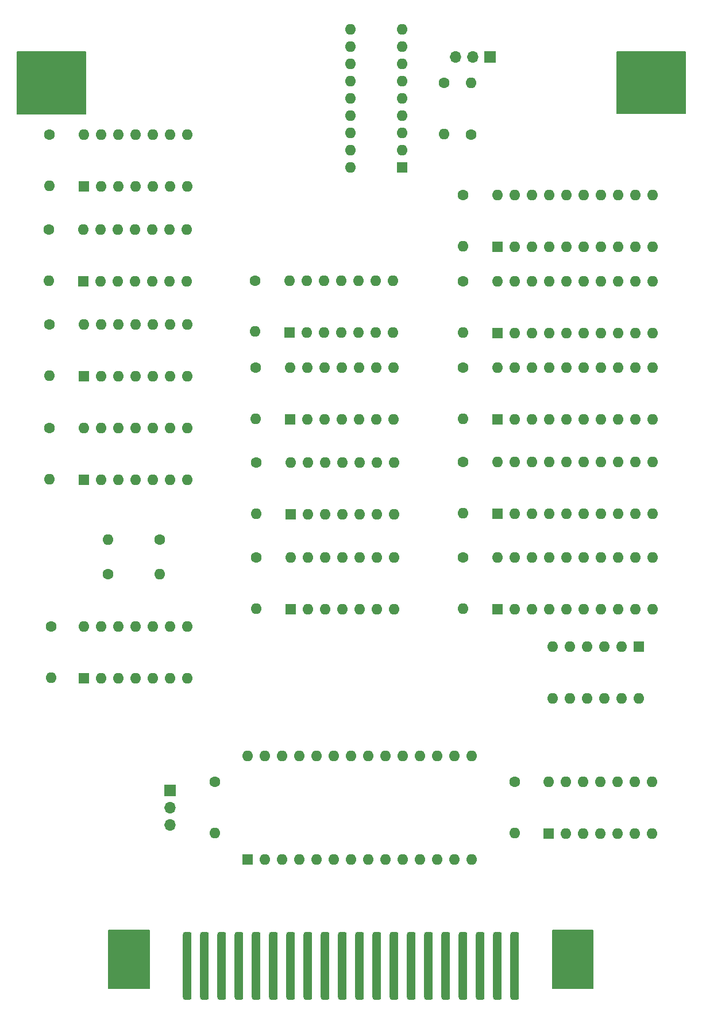
<source format=gbr>
%TF.GenerationSoftware,KiCad,Pcbnew,6.0.9-8da3e8f707~117~ubuntu20.04.1*%
%TF.CreationDate,2023-05-14T18:53:03-04:00*%
%TF.ProjectId,6551usb,36353531-7573-4622-9e6b-696361645f70,1.09*%
%TF.SameCoordinates,Original*%
%TF.FileFunction,Soldermask,Bot*%
%TF.FilePolarity,Negative*%
%FSLAX46Y46*%
G04 Gerber Fmt 4.6, Leading zero omitted, Abs format (unit mm)*
G04 Created by KiCad (PCBNEW 6.0.9-8da3e8f707~117~ubuntu20.04.1) date 2023-05-14 18:53:03*
%MOMM*%
%LPD*%
G01*
G04 APERTURE LIST*
G04 Aperture macros list*
%AMRoundRect*
0 Rectangle with rounded corners*
0 $1 Rounding radius*
0 $2 $3 $4 $5 $6 $7 $8 $9 X,Y pos of 4 corners*
0 Add a 4 corners polygon primitive as box body*
4,1,4,$2,$3,$4,$5,$6,$7,$8,$9,$2,$3,0*
0 Add four circle primitives for the rounded corners*
1,1,$1+$1,$2,$3*
1,1,$1+$1,$4,$5*
1,1,$1+$1,$6,$7*
1,1,$1+$1,$8,$9*
0 Add four rect primitives between the rounded corners*
20,1,$1+$1,$2,$3,$4,$5,0*
20,1,$1+$1,$4,$5,$6,$7,0*
20,1,$1+$1,$6,$7,$8,$9,0*
20,1,$1+$1,$8,$9,$2,$3,0*%
G04 Aperture macros list end*
%ADD10C,0.150000*%
%ADD11R,1.700000X1.700000*%
%ADD12O,1.700000X1.700000*%
%ADD13RoundRect,0.317500X-0.317500X-4.682500X0.317500X-4.682500X0.317500X4.682500X-0.317500X4.682500X0*%
%ADD14C,1.600000*%
%ADD15O,1.600000X1.600000*%
%ADD16R,1.600000X1.600000*%
G04 APERTURE END LIST*
D10*
X101473000Y-55118000D02*
X111506000Y-55118000D01*
X111506000Y-55118000D02*
X111506000Y-64135000D01*
X111506000Y-64135000D02*
X101473000Y-64135000D01*
X101473000Y-64135000D02*
X101473000Y-55118000D01*
G36*
X101473000Y-55118000D02*
G01*
X111506000Y-55118000D01*
X111506000Y-64135000D01*
X101473000Y-64135000D01*
X101473000Y-55118000D01*
G37*
X13081000Y-55118000D02*
X23114000Y-55118000D01*
X23114000Y-55118000D02*
X23114000Y-64262000D01*
X23114000Y-64262000D02*
X13081000Y-64262000D01*
X13081000Y-64262000D02*
X13081000Y-55118000D01*
G36*
X13081000Y-55118000D02*
G01*
X23114000Y-55118000D01*
X23114000Y-64262000D01*
X13081000Y-64262000D01*
X13081000Y-55118000D01*
G37*
X26543000Y-184404000D02*
X32512000Y-184404000D01*
X32512000Y-184404000D02*
X32512000Y-192913000D01*
X32512000Y-192913000D02*
X26543000Y-192913000D01*
X26543000Y-192913000D02*
X26543000Y-184404000D01*
G36*
X26543000Y-184404000D02*
G01*
X32512000Y-184404000D01*
X32512000Y-192913000D01*
X26543000Y-192913000D01*
X26543000Y-184404000D01*
G37*
X91948000Y-184404000D02*
X97917000Y-184404000D01*
X97917000Y-184404000D02*
X97917000Y-192913000D01*
X97917000Y-192913000D02*
X91948000Y-192913000D01*
X91948000Y-192913000D02*
X91948000Y-184404000D01*
G36*
X91948000Y-184404000D02*
G01*
X97917000Y-184404000D01*
X97917000Y-192913000D01*
X91948000Y-192913000D01*
X91948000Y-184404000D01*
G37*
D11*
%TO.C,J2*%
X82789000Y-55880000D03*
D12*
X80249000Y-55880000D03*
X77709000Y-55880000D03*
%TD*%
D13*
%TO.C,U17*%
X38100000Y-189611000D03*
X40640000Y-189611000D03*
X43180000Y-189611000D03*
X45720000Y-189611000D03*
X48260000Y-189611000D03*
X50800000Y-189611000D03*
X53340000Y-189611000D03*
X55880000Y-189611000D03*
X58420000Y-189611000D03*
X60960000Y-189611000D03*
X63500000Y-189611000D03*
X66040000Y-189611000D03*
X68580000Y-189611000D03*
X71120000Y-189611000D03*
X73660000Y-189611000D03*
X76200000Y-189611000D03*
X78740000Y-189611000D03*
X81280000Y-189611000D03*
X83820000Y-189611000D03*
X86360000Y-189611000D03*
%TD*%
D14*
%TO.C,C15*%
X78740000Y-115503000D03*
D15*
X78740000Y-123003000D03*
%TD*%
D14*
%TO.C,C14*%
X78740000Y-101600000D03*
D15*
X78740000Y-109100000D03*
%TD*%
D16*
%TO.C,U13*%
X83820000Y-83820000D03*
D15*
X86360000Y-83820000D03*
X88900000Y-83820000D03*
X91440000Y-83820000D03*
X93980000Y-83820000D03*
X96520000Y-83820000D03*
X99060000Y-83820000D03*
X101600000Y-83820000D03*
X104140000Y-83820000D03*
X106680000Y-83820000D03*
X106680000Y-76200000D03*
X104140000Y-76200000D03*
X101600000Y-76200000D03*
X99060000Y-76200000D03*
X96520000Y-76200000D03*
X93980000Y-76200000D03*
X91440000Y-76200000D03*
X88900000Y-76200000D03*
X86360000Y-76200000D03*
X83820000Y-76200000D03*
%TD*%
D16*
%TO.C,U11*%
X22855000Y-88890000D03*
D15*
X25395000Y-88890000D03*
X27935000Y-88890000D03*
X30475000Y-88890000D03*
X33015000Y-88890000D03*
X35555000Y-88890000D03*
X38095000Y-88890000D03*
X38095000Y-81270000D03*
X35555000Y-81270000D03*
X33015000Y-81270000D03*
X30475000Y-81270000D03*
X27935000Y-81270000D03*
X25395000Y-81270000D03*
X22855000Y-81270000D03*
%TD*%
D16*
%TO.C,U9*%
X46990000Y-173990000D03*
D15*
X49530000Y-173990000D03*
X52070000Y-173990000D03*
X54610000Y-173990000D03*
X57150000Y-173990000D03*
X59690000Y-173990000D03*
X62230000Y-173990000D03*
X64770000Y-173990000D03*
X67310000Y-173990000D03*
X69850000Y-173990000D03*
X72390000Y-173990000D03*
X74930000Y-173990000D03*
X77470000Y-173990000D03*
X80010000Y-173990000D03*
X80010000Y-158750000D03*
X77470000Y-158750000D03*
X74930000Y-158750000D03*
X72390000Y-158750000D03*
X69850000Y-158750000D03*
X67310000Y-158750000D03*
X64770000Y-158750000D03*
X62230000Y-158750000D03*
X59690000Y-158750000D03*
X57150000Y-158750000D03*
X54610000Y-158750000D03*
X52070000Y-158750000D03*
X49530000Y-158750000D03*
X46990000Y-158750000D03*
%TD*%
D16*
%TO.C,U16*%
X83820000Y-96520000D03*
D15*
X86360000Y-96520000D03*
X88900000Y-96520000D03*
X91440000Y-96520000D03*
X93980000Y-96520000D03*
X96520000Y-96520000D03*
X99060000Y-96520000D03*
X101600000Y-96520000D03*
X104140000Y-96520000D03*
X106680000Y-96520000D03*
X106680000Y-88900000D03*
X104140000Y-88900000D03*
X101600000Y-88900000D03*
X99060000Y-88900000D03*
X96520000Y-88900000D03*
X93980000Y-88900000D03*
X91440000Y-88900000D03*
X88900000Y-88900000D03*
X86360000Y-88900000D03*
X83820000Y-88900000D03*
%TD*%
D16*
%TO.C,U1*%
X53340000Y-137160000D03*
D15*
X55880000Y-137160000D03*
X58420000Y-137160000D03*
X60960000Y-137160000D03*
X63500000Y-137160000D03*
X66040000Y-137160000D03*
X68580000Y-137160000D03*
X68580000Y-129540000D03*
X66040000Y-129540000D03*
X63500000Y-129540000D03*
X60960000Y-129540000D03*
X58420000Y-129540000D03*
X55880000Y-129540000D03*
X53340000Y-129540000D03*
%TD*%
D14*
%TO.C,C3*%
X48255000Y-101590000D03*
D15*
X48255000Y-109090000D03*
%TD*%
D16*
%TO.C,SW1*%
X104648000Y-142621000D03*
D15*
X102108000Y-142621000D03*
X99568000Y-142621000D03*
X97028000Y-142621000D03*
X94488000Y-142621000D03*
X91948000Y-142621000D03*
X91948000Y-150241000D03*
X94488000Y-150241000D03*
X97028000Y-150241000D03*
X99568000Y-150241000D03*
X102108000Y-150241000D03*
X104648000Y-150241000D03*
%TD*%
D14*
%TO.C,C7*%
X48133000Y-88773000D03*
D15*
X48133000Y-96273000D03*
%TD*%
D14*
%TO.C,R1*%
X79959200Y-67310000D03*
D15*
X79959200Y-59690000D03*
%TD*%
D16*
%TO.C,U12*%
X22860000Y-147320000D03*
D15*
X25400000Y-147320000D03*
X27940000Y-147320000D03*
X30480000Y-147320000D03*
X33020000Y-147320000D03*
X35560000Y-147320000D03*
X38100000Y-147320000D03*
X38100000Y-139700000D03*
X35560000Y-139700000D03*
X33020000Y-139700000D03*
X30480000Y-139700000D03*
X27940000Y-139700000D03*
X25400000Y-139700000D03*
X22860000Y-139700000D03*
%TD*%
D14*
%TO.C,C8*%
X17780000Y-67320000D03*
D15*
X17780000Y-74820000D03*
%TD*%
D14*
%TO.C,C1*%
X48260000Y-129540000D03*
D15*
X48260000Y-137040000D03*
%TD*%
D16*
%TO.C,U3*%
X53335000Y-109210000D03*
D15*
X55875000Y-109210000D03*
X58415000Y-109210000D03*
X60955000Y-109210000D03*
X63495000Y-109210000D03*
X66035000Y-109210000D03*
X68575000Y-109210000D03*
X68575000Y-101590000D03*
X66035000Y-101590000D03*
X63495000Y-101590000D03*
X60955000Y-101590000D03*
X58415000Y-101590000D03*
X55875000Y-101590000D03*
X53335000Y-101590000D03*
%TD*%
D14*
%TO.C,R3*%
X26416000Y-131953000D03*
D15*
X34036000Y-131953000D03*
%TD*%
D16*
%TO.C,U4*%
X83820000Y-137160000D03*
D15*
X86360000Y-137160000D03*
X88900000Y-137160000D03*
X91440000Y-137160000D03*
X93980000Y-137160000D03*
X96520000Y-137160000D03*
X99060000Y-137160000D03*
X101600000Y-137160000D03*
X104140000Y-137160000D03*
X106680000Y-137160000D03*
X106680000Y-129540000D03*
X104140000Y-129540000D03*
X101600000Y-129540000D03*
X99060000Y-129540000D03*
X96520000Y-129540000D03*
X93980000Y-129540000D03*
X91440000Y-129540000D03*
X88900000Y-129540000D03*
X86360000Y-129540000D03*
X83820000Y-129540000D03*
%TD*%
D16*
%TO.C,U14*%
X83820000Y-109220000D03*
D15*
X86360000Y-109220000D03*
X88900000Y-109220000D03*
X91440000Y-109220000D03*
X93980000Y-109220000D03*
X96520000Y-109220000D03*
X99060000Y-109220000D03*
X101600000Y-109220000D03*
X104140000Y-109220000D03*
X106680000Y-109220000D03*
X106680000Y-101600000D03*
X104140000Y-101600000D03*
X101600000Y-101600000D03*
X99060000Y-101600000D03*
X96520000Y-101600000D03*
X93980000Y-101600000D03*
X91440000Y-101600000D03*
X88900000Y-101600000D03*
X86360000Y-101600000D03*
X83820000Y-101600000D03*
%TD*%
D14*
%TO.C,C9*%
X42164000Y-162555000D03*
D15*
X42164000Y-170055000D03*
%TD*%
D14*
%TO.C,C2*%
X86360000Y-162560000D03*
D15*
X86360000Y-170060000D03*
%TD*%
D16*
%TO.C,U8*%
X22860000Y-74930000D03*
D15*
X25400000Y-74930000D03*
X27940000Y-74930000D03*
X30480000Y-74930000D03*
X33020000Y-74930000D03*
X35560000Y-74930000D03*
X38100000Y-74930000D03*
X38100000Y-67310000D03*
X35560000Y-67310000D03*
X33020000Y-67310000D03*
X30480000Y-67310000D03*
X27940000Y-67310000D03*
X25400000Y-67310000D03*
X22860000Y-67310000D03*
%TD*%
D14*
%TO.C,C12*%
X18034000Y-139700000D03*
D15*
X18034000Y-147200000D03*
%TD*%
D14*
%TO.C,C13*%
X78740000Y-76200000D03*
D15*
X78740000Y-83700000D03*
%TD*%
D16*
%TO.C,U15*%
X83820000Y-123063000D03*
D15*
X86360000Y-123063000D03*
X88900000Y-123063000D03*
X91440000Y-123063000D03*
X93980000Y-123063000D03*
X96520000Y-123063000D03*
X99060000Y-123063000D03*
X101600000Y-123063000D03*
X104140000Y-123063000D03*
X106680000Y-123063000D03*
X106680000Y-115443000D03*
X104140000Y-115443000D03*
X101600000Y-115443000D03*
X99060000Y-115443000D03*
X96520000Y-115443000D03*
X93980000Y-115443000D03*
X91440000Y-115443000D03*
X88900000Y-115443000D03*
X86360000Y-115443000D03*
X83820000Y-115443000D03*
%TD*%
D16*
%TO.C,U10*%
X22860000Y-102860000D03*
D15*
X25400000Y-102860000D03*
X27940000Y-102860000D03*
X30480000Y-102860000D03*
X33020000Y-102860000D03*
X35560000Y-102860000D03*
X38100000Y-102860000D03*
X38100000Y-95240000D03*
X35560000Y-95240000D03*
X33020000Y-95240000D03*
X30480000Y-95240000D03*
X27940000Y-95240000D03*
X25400000Y-95240000D03*
X22860000Y-95240000D03*
%TD*%
D14*
%TO.C,C5*%
X48260000Y-115570000D03*
D15*
X48260000Y-123070000D03*
%TD*%
D14*
%TO.C,C6*%
X17780000Y-110490000D03*
D15*
X17780000Y-117990000D03*
%TD*%
D11*
%TO.C,J1*%
X35560000Y-163830000D03*
D12*
X35560000Y-166370000D03*
X35560000Y-168910000D03*
%TD*%
D14*
%TO.C,C17*%
X76000000Y-59690000D03*
D15*
X76000000Y-67190000D03*
%TD*%
D16*
%TO.C,U6*%
X22860000Y-118100000D03*
D15*
X25400000Y-118100000D03*
X27940000Y-118100000D03*
X30480000Y-118100000D03*
X33020000Y-118100000D03*
X35560000Y-118100000D03*
X38100000Y-118100000D03*
X38100000Y-110480000D03*
X35560000Y-110480000D03*
X33020000Y-110480000D03*
X30480000Y-110480000D03*
X27940000Y-110480000D03*
X25400000Y-110480000D03*
X22860000Y-110480000D03*
%TD*%
D14*
%TO.C,C10*%
X17785000Y-95250000D03*
D15*
X17785000Y-102750000D03*
%TD*%
D16*
%TO.C,U7*%
X53213000Y-96403000D03*
D15*
X55753000Y-96403000D03*
X58293000Y-96403000D03*
X60833000Y-96403000D03*
X63373000Y-96403000D03*
X65913000Y-96403000D03*
X68453000Y-96403000D03*
X68453000Y-88783000D03*
X65913000Y-88783000D03*
X63373000Y-88783000D03*
X60833000Y-88783000D03*
X58293000Y-88783000D03*
X55753000Y-88783000D03*
X53213000Y-88783000D03*
%TD*%
D16*
%TO.C,U5*%
X53340000Y-123190000D03*
D15*
X55880000Y-123190000D03*
X58420000Y-123190000D03*
X60960000Y-123190000D03*
X63500000Y-123190000D03*
X66040000Y-123190000D03*
X68580000Y-123190000D03*
X68580000Y-115570000D03*
X66040000Y-115570000D03*
X63500000Y-115570000D03*
X60960000Y-115570000D03*
X58420000Y-115570000D03*
X55880000Y-115570000D03*
X53340000Y-115570000D03*
%TD*%
D14*
%TO.C,R2*%
X34036000Y-126873000D03*
D15*
X26416000Y-126873000D03*
%TD*%
D14*
%TO.C,C4*%
X78740000Y-129540000D03*
D15*
X78740000Y-137040000D03*
%TD*%
D14*
%TO.C,C16*%
X78740000Y-88900000D03*
D15*
X78740000Y-96400000D03*
%TD*%
D16*
%TO.C,U2*%
X91435000Y-170170000D03*
D15*
X93975000Y-170170000D03*
X96515000Y-170170000D03*
X99055000Y-170170000D03*
X101595000Y-170170000D03*
X104135000Y-170170000D03*
X106675000Y-170170000D03*
X106675000Y-162550000D03*
X104135000Y-162550000D03*
X101595000Y-162550000D03*
X99055000Y-162550000D03*
X96515000Y-162550000D03*
X93975000Y-162550000D03*
X91435000Y-162550000D03*
%TD*%
D16*
%TO.C,P1*%
X69840000Y-72150000D03*
D15*
X69840000Y-69610000D03*
X69840000Y-67070000D03*
X69840000Y-64530000D03*
X69840000Y-61990000D03*
X69840000Y-59450000D03*
X69840000Y-56910000D03*
X69840000Y-54370000D03*
X69840000Y-51830000D03*
X62220000Y-51830000D03*
X62220000Y-54370000D03*
X62220000Y-56910000D03*
X62220000Y-59450000D03*
X62220000Y-61990000D03*
X62220000Y-64530000D03*
X62220000Y-67070000D03*
X62220000Y-69610000D03*
X62220000Y-72150000D03*
%TD*%
D14*
%TO.C,C11*%
X17775000Y-81280000D03*
D15*
X17775000Y-88780000D03*
%TD*%
M02*

</source>
